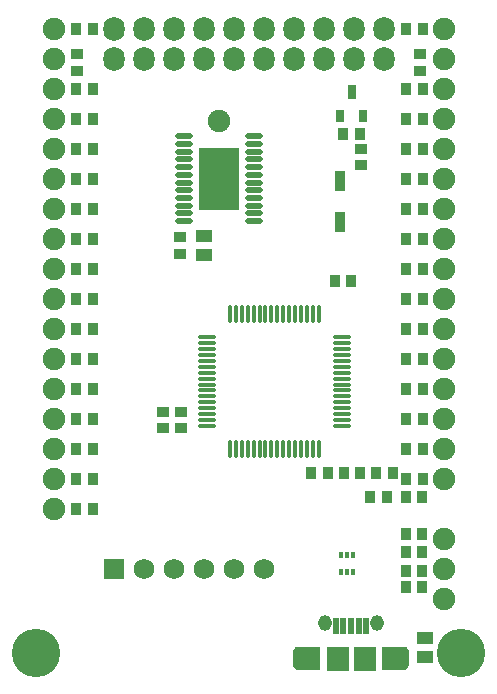
<source format=gts>
G04*
G04 #@! TF.GenerationSoftware,Altium Limited,Altium Designer,18.1.9 (240)*
G04*
G04 Layer_Color=8388736*
%FSLAX44Y44*%
%MOMM*%
G71*
G01*
G75*
%ADD30R,0.9000X1.0000*%
%ADD31R,1.4000X1.1000*%
%ADD32R,1.0000X0.9000*%
%ADD33R,1.9000X2.0000*%
%ADD34R,0.5000X1.4500*%
%ADD35R,0.9000X1.7000*%
%ADD36R,0.7500X1.0000*%
%ADD37R,0.7500X1.2000*%
%ADD38O,0.4000X1.5000*%
%ADD39O,1.5000X0.4000*%
%ADD40R,3.5000X5.3000*%
%ADD41O,1.5000X0.5500*%
%ADD42R,0.4000X0.6000*%
%ADD43C,1.7500*%
%ADD44R,1.7500X1.7500*%
%ADD45C,1.9000*%
%ADD46O,1.8000X2.1000*%
%ADD47O,1.1500X1.3500*%
%ADD48C,4.1000*%
G36*
X260173Y25393D02*
X260267Y25364D01*
X260354Y25318D01*
X260430Y25255D01*
X260493Y25179D01*
X260539Y25092D01*
X260568Y24998D01*
X260577Y24900D01*
Y5900D01*
X260568Y5802D01*
X260539Y5708D01*
X260493Y5621D01*
X260430Y5545D01*
X260354Y5482D01*
X260267Y5436D01*
X260173Y5407D01*
X260075Y5398D01*
X242230D01*
X242132Y5407D01*
X242038Y5436D01*
X240201Y6197D01*
X240200Y6197D01*
X240114Y6243D01*
X240037Y6306D01*
X238631Y7712D01*
X238568Y7789D01*
X238522Y7875D01*
X238522Y7875D01*
X237761Y9713D01*
X237732Y9807D01*
X237723Y9905D01*
Y10900D01*
Y21900D01*
Y22497D01*
X237732Y22595D01*
X237761Y22689D01*
X238218Y23792D01*
X238264Y23879D01*
X238326Y23955D01*
X239170Y24799D01*
X239208Y24830D01*
X239247Y24861D01*
X239333Y24907D01*
X240436Y25364D01*
X240530Y25393D01*
X240628Y25402D01*
X260075D01*
X260173Y25393D01*
D02*
G37*
G36*
X332970D02*
X333064Y25364D01*
X334167Y24907D01*
X334254Y24861D01*
X334291Y24830D01*
X334330Y24799D01*
X335173Y23955D01*
X335236Y23879D01*
X335282Y23792D01*
X335739Y22689D01*
X335768Y22595D01*
X335777Y22497D01*
Y22497D01*
D01*
Y21900D01*
Y10900D01*
Y9905D01*
X335768Y9807D01*
X335739Y9713D01*
X334978Y7875D01*
X334931Y7789D01*
X334869Y7712D01*
X333462Y6306D01*
X333386Y6243D01*
X333299Y6197D01*
X333299Y6197D01*
X331462Y5436D01*
X331367Y5407D01*
X331269Y5398D01*
X313425D01*
X313327Y5407D01*
X313233Y5436D01*
X313146Y5482D01*
X313070Y5545D01*
X313007Y5621D01*
X312961Y5708D01*
X312932Y5802D01*
X312923Y5900D01*
Y24900D01*
X312932Y24998D01*
X312961Y25092D01*
X313007Y25179D01*
X313070Y25255D01*
X313146Y25318D01*
X313233Y25364D01*
X313327Y25393D01*
X313425Y25402D01*
X332872D01*
X332970Y25393D01*
D02*
G37*
D30*
X272998Y335000D02*
D03*
X286998D02*
D03*
X322002Y172500D02*
D03*
X308002D02*
D03*
X294502D02*
D03*
X280502D02*
D03*
X266998Y172500D02*
D03*
X252998D02*
D03*
X346998Y121000D02*
D03*
X332998D02*
D03*
X346998Y76000D02*
D03*
X332998D02*
D03*
X332998Y90000D02*
D03*
X346998D02*
D03*
X332998Y106000D02*
D03*
X346998D02*
D03*
X332998Y152500D02*
D03*
X346998D02*
D03*
X316998D02*
D03*
X302998D02*
D03*
X280098Y460000D02*
D03*
X294098D02*
D03*
X347202Y548800D02*
D03*
X333202D02*
D03*
X347202Y498000D02*
D03*
X333202D02*
D03*
X67798Y498000D02*
D03*
X53798D02*
D03*
Y371000D02*
D03*
X67798D02*
D03*
X53798Y472600D02*
D03*
X67798D02*
D03*
X347202Y371000D02*
D03*
X333202D02*
D03*
X53798Y167800D02*
D03*
X67798D02*
D03*
X347202Y345600D02*
D03*
X333202D02*
D03*
X347202Y447200D02*
D03*
X333202D02*
D03*
X347202Y472600D02*
D03*
X333202D02*
D03*
X347202Y193200D02*
D03*
X333202D02*
D03*
X53798Y447200D02*
D03*
X67798D02*
D03*
Y396400D02*
D03*
X53798D02*
D03*
X67798Y142400D02*
D03*
X53798D02*
D03*
X333202Y167800D02*
D03*
X347202D02*
D03*
X67798Y548800D02*
D03*
X53798D02*
D03*
X333202Y269400D02*
D03*
X347202D02*
D03*
X333202Y244000D02*
D03*
X347202D02*
D03*
X333202Y294800D02*
D03*
X347202D02*
D03*
X333202Y320200D02*
D03*
X347202D02*
D03*
X333202Y396400D02*
D03*
X347202D02*
D03*
X67798Y345600D02*
D03*
X53798D02*
D03*
X333202Y421800D02*
D03*
X347202D02*
D03*
X67798Y193200D02*
D03*
X53798D02*
D03*
X333202Y218600D02*
D03*
X347202D02*
D03*
X67798Y421800D02*
D03*
X53798D02*
D03*
X67798Y320200D02*
D03*
X53798D02*
D03*
X67798Y244000D02*
D03*
X53798D02*
D03*
X67798Y294800D02*
D03*
X53798D02*
D03*
X67798Y218600D02*
D03*
X53798D02*
D03*
X67798Y269400D02*
D03*
X53798D02*
D03*
D31*
X162500Y357000D02*
D03*
Y373000D02*
D03*
X349500Y33000D02*
D03*
Y17000D02*
D03*
D32*
X142000Y358002D02*
D03*
Y372002D02*
D03*
X295000Y447002D02*
D03*
Y433002D02*
D03*
X345000Y513002D02*
D03*
Y527002D02*
D03*
X55000Y513002D02*
D03*
Y527002D02*
D03*
X127500Y224502D02*
D03*
Y210502D02*
D03*
X142500Y224502D02*
D03*
Y210502D02*
D03*
D33*
X298250Y15400D02*
D03*
X275250D02*
D03*
D34*
X273750Y43450D02*
D03*
X299750D02*
D03*
X280250D02*
D03*
X286750D02*
D03*
X293250D02*
D03*
D35*
X277500Y385500D02*
D03*
Y419500D02*
D03*
D36*
X277600Y474625D02*
D03*
X296600D02*
D03*
D37*
X287100Y495375D02*
D03*
D38*
X259251Y307000D02*
D03*
X254251D02*
D03*
X249251D02*
D03*
X244251D02*
D03*
X239251D02*
D03*
X234251D02*
D03*
X229251D02*
D03*
X224251D02*
D03*
X219251D02*
D03*
X214251D02*
D03*
X209251D02*
D03*
X204251D02*
D03*
X199251D02*
D03*
X194251D02*
D03*
X189251D02*
D03*
X184251D02*
D03*
Y193000D02*
D03*
X189251D02*
D03*
X194251D02*
D03*
X199251D02*
D03*
X204251D02*
D03*
X209251D02*
D03*
X214251D02*
D03*
X219251D02*
D03*
X224251D02*
D03*
X229251D02*
D03*
X234251D02*
D03*
X249251D02*
D03*
X254251D02*
D03*
X259251D02*
D03*
X244251D02*
D03*
X239251D02*
D03*
D39*
X164751Y287500D02*
D03*
Y282500D02*
D03*
Y277500D02*
D03*
Y272500D02*
D03*
Y267500D02*
D03*
Y262500D02*
D03*
Y257500D02*
D03*
Y252500D02*
D03*
Y247500D02*
D03*
Y242500D02*
D03*
Y237500D02*
D03*
Y232500D02*
D03*
Y227500D02*
D03*
Y222500D02*
D03*
Y217500D02*
D03*
Y212500D02*
D03*
X278752D02*
D03*
Y217500D02*
D03*
Y222500D02*
D03*
Y227500D02*
D03*
Y232500D02*
D03*
Y237500D02*
D03*
Y242500D02*
D03*
Y247500D02*
D03*
Y252500D02*
D03*
Y257500D02*
D03*
Y262500D02*
D03*
Y267500D02*
D03*
Y272500D02*
D03*
Y277500D02*
D03*
Y282500D02*
D03*
Y287500D02*
D03*
D40*
X175100Y421800D02*
D03*
D41*
X145600Y457550D02*
D03*
Y451050D02*
D03*
Y444550D02*
D03*
Y438050D02*
D03*
Y431550D02*
D03*
Y425050D02*
D03*
Y418550D02*
D03*
Y412050D02*
D03*
Y405550D02*
D03*
Y399050D02*
D03*
Y392550D02*
D03*
Y386050D02*
D03*
X204600Y457550D02*
D03*
Y451050D02*
D03*
Y444550D02*
D03*
Y438050D02*
D03*
Y431550D02*
D03*
Y425050D02*
D03*
Y418550D02*
D03*
Y412050D02*
D03*
Y405550D02*
D03*
Y399050D02*
D03*
Y392550D02*
D03*
Y386050D02*
D03*
D42*
X283500Y88800D02*
D03*
X288500D02*
D03*
X278500D02*
D03*
X288500Y102800D02*
D03*
X283500D02*
D03*
X278500D02*
D03*
D43*
X137000Y91600D02*
D03*
X111600D02*
D03*
X162400D02*
D03*
X187800D02*
D03*
X213200D02*
D03*
D44*
X86200D02*
D03*
D45*
X175000Y471000D02*
D03*
X365600Y523400D02*
D03*
X35400Y269400D02*
D03*
Y218600D02*
D03*
Y294800D02*
D03*
Y244000D02*
D03*
Y320200D02*
D03*
Y421800D02*
D03*
X365600Y218600D02*
D03*
X35400Y447200D02*
D03*
X365600Y498000D02*
D03*
Y193200D02*
D03*
Y472600D02*
D03*
X35400Y167800D02*
D03*
X365600Y447200D02*
D03*
X35400Y193200D02*
D03*
X365600Y421800D02*
D03*
X35400Y345600D02*
D03*
X365600Y167800D02*
D03*
Y396400D02*
D03*
X35400Y142400D02*
D03*
X365600Y371000D02*
D03*
Y345600D02*
D03*
X35400Y472600D02*
D03*
X365600Y320200D02*
D03*
X35400Y498000D02*
D03*
X365600Y294800D02*
D03*
X35400Y523400D02*
D03*
X365600Y269400D02*
D03*
X35400Y548800D02*
D03*
X365600Y244000D02*
D03*
X35400Y371000D02*
D03*
X365600Y548800D02*
D03*
X35400Y396400D02*
D03*
X365600Y117000D02*
D03*
Y66200D02*
D03*
Y91600D02*
D03*
D46*
X289400Y548800D02*
D03*
X314800Y523400D02*
D03*
X289400D02*
D03*
X162400D02*
D03*
X137000D02*
D03*
X111600D02*
D03*
X86200D02*
D03*
X187800Y548800D02*
D03*
X238600D02*
D03*
X213200D02*
D03*
X162400D02*
D03*
X111600D02*
D03*
X137000D02*
D03*
X238600Y523400D02*
D03*
X264000D02*
D03*
X86200Y548800D02*
D03*
X187800Y523400D02*
D03*
X264000Y548800D02*
D03*
X213200Y523400D02*
D03*
X314800Y548800D02*
D03*
D47*
X309000Y45950D02*
D03*
X264500D02*
D03*
D48*
X380000Y20000D02*
D03*
X20000D02*
D03*
M02*

</source>
